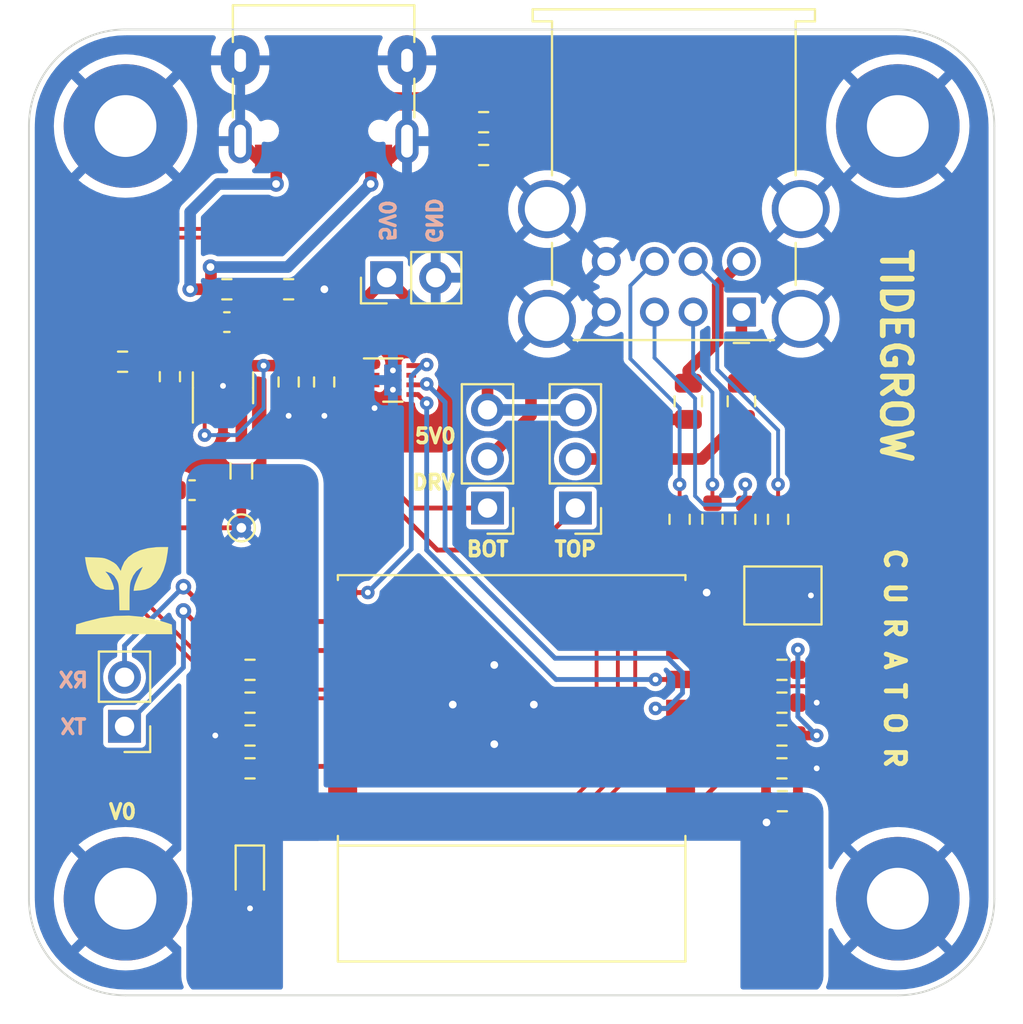
<source format=kicad_pcb>
(kicad_pcb (version 20211014) (generator pcbnew)
  (layers (0 "F.Cu" signal) (31 "B.Cu" signal) (34 "B.Paste" user) (35 "F.Paste" user) (36 "B.SilkS" user "B.Silkscreen") (37 "F.SilkS" user "F.Silkscreen") (38 "B.Mask" user) (39 "F.Mask" user) (44 "Edge.Cuts" user))
  (net 0 "")
  (net 1 "Net-(FB1-Pad2)")
  (net 2 "GND")
  (net 3 "Net-(J1-PadA5)")
  (net 5 "Net-(J1-PadB5)")
  (net 7 "Net-(J3-Pad2)")
  (net 8 "Net-(J3-Pad3)")
  (net 9 "Net-(J3-Pad6)")
  (net 10 "Net-(J3-Pad7)")
  (net 11 "Net-(R2-Pad1)")
  (net 12 "Net-(R6-Pad1)")
  (net 13 "/PWR3V3")
  (net 14 "Net-(D1-Pad1)")
  (net 15 "/LED")
  (net 16 "/PWR5V0")
  (net 17 "Net-(R13-Pad2)")
  (net 18 "/ESP_BOOT")
  (net 19 "/ESP_RX")
  (net 20 "/ESP_TX")
  (net 21 "Net-(F1-Pad1)")
  (net 22 "Net-(F2-Pad1)")
  (net 24 "Net-(L1-Pad1)")
  (net 25 "/DRV_OUT1")
  (net 26 "/DRV_OUT2")
  (net 27 "/USB_CONN_DP")
  (net 28 "/USB_CONN_DN")
  (net 29 "/USB_DN")
  (net 30 "/USB_DP")
  (net 31 "/UIO0")
  (net 32 "/UIO1")
  (net 33 "/UIO2")
  (net 34 "/UIO3")
  (net 35 "/DRV_IN2")
  (net 36 "/DRV_IN1")
  (net 37 "/DRV_SLEEP_N")
  (net 38 "/ESP_EN")
  (net 39 "/VBUS1")
  (net 40 "/VBUS2")
  (footprint "Resistor_SMD:R_0603_1608Metric" (layer "F.Cu") (at 139 138.25)
    (fp_text reference "C1" hide)
    (fp_text value "10uF" hide)
  )
  (footprint "Connector_PinHeader_2.54mm:PinHeader_1x02_P2.54mm_Vertical" (layer "F.Cu") (at 104.95 136.075 180)
    (fp_text reference "J2" hide)
    (fp_text value "Conn_01x02_Male" hide)
  )
  (footprint "TestPoint:TestPoint_THTPad_D1.0mm_Drill0.5mm" (layer "F.Cu") (at 111 125.8)
    (fp_text reference "TP1" hide)
    (fp_text value "TestPoint" hide)
  )
  (footprint "Resistor_SMD:R_0603_1608Metric" (layer "F.Cu") (at 113.45 118.25 -90)
    (fp_text reference "C5" hide)
    (fp_text value "22uF" hide)
  )
  (footprint "Resistor_SMD:R_0603_1608Metric" (layer "F.Cu") (at 113.45 113.45)
    (fp_text reference "C4" hide)
    (fp_text value "4.7uF" hide)
  )
  (footprint "Resistor_SMD:R_0603_1608Metric" (layer "F.Cu") (at 139 134.85)
    (fp_text reference "C2" hide)
    (fp_text value "1uF" hide)
  )
  (footprint "Resistor_SMD:R_0603_1608Metric" (layer "F.Cu") (at 111.45 138.25)
    (fp_text reference "R12" hide)
    (fp_text value "536R" hide)
  )
  (footprint "Fuse:Fuse_0805_2012Metric" (layer "F.Cu") (at 136.9 119.25 -90)
    (fp_text reference "F1" hide)
    (fp_text value "500mA" hide)
  )
  (footprint "MountingHole:MountingHole_3.2mm_M3_Pad" (layer "F.Cu") (at 105 105)
    (fp_text reference "H1" hide)
    (fp_text value "MountingHole_Pad" hide)
  )
  (footprint "Resistor_SMD:R_0603_1608Metric" (layer "F.Cu") (at 123.55 106.5)
    (fp_text reference "R1" hide)
    (fp_text value "5K1" hide)
  )
  (footprint "Resistor_SMD:R_0603_1608Metric" (layer "F.Cu") (at 139.02 139.95)
    (fp_text reference "C3" hide)
    (fp_text value "100nF" hide)
  )
  (footprint "Package_TO_SOT_SMD:SOT-23-5" (layer "F.Cu") (at 110.05 118.55 90)
    (fp_text reference "U3" hide)
    (fp_text value "ZD8028" hide)
  )
  (footprint "MountingHole:MountingHole_3.2mm_M3_Pad" (layer "F.Cu") (at 145 145)
    (fp_text reference "H4" hide)
    (fp_text value "MountingHole_Pad" hide)
  )
  (footprint "Resistor_SMD:R_0603_1608Metric" (layer "F.Cu") (at 107.3 117.975 -90)
    (fp_text reference "R14" hide)
    (fp_text value "47K" hide)
  )
  (footprint "Resistor_SMD:R_0603_1608Metric" (layer "F.Cu") (at 137.1 125.36 -90)
    (fp_text reference "R8" hide)
    (fp_text value "100R" hide)
  )
  (footprint "LD-LOGO:ld-tidegrow" (layer "F.Cu") (at 104.9 129.05)
    (fp_text reference "G***" hide)
    (fp_text value "LOGO" hide)
  )
  (footprint "Resistor_SMD:R_0603_1608Metric" (layer "F.Cu") (at 111.45 136.55 180)
    (fp_text reference "R6" hide)
    (fp_text value "10K" hide)
  )
  (footprint "Resistor_SMD:R_0603_1608Metric" (layer "F.Cu") (at 139 136.55)
    (fp_text reference "R3" hide)
    (fp_text value "10K" hide)
  )
  (footprint "Connector_PinHeader_2.54mm:PinHeader_1x03_P2.54mm_Vertical" (layer "F.Cu") (at 128.3 124.775 180)
    (fp_text reference "J5" hide)
    (fp_text value "Conn_01x03_Male" hide)
  )
  (footprint "LD-CONNECTORS:USB_C_Receptacle_HRO_TYPE-C-31-M-12-BIG-PADS" (layer "F.Cu") (at 115.26 102.65 180)
    (fp_text reference "J1" hide)
    (fp_text value "TYPE-C-31-M-12-FIXED" hide)
  )
  (footprint "Resistor_SMD:R_0603_1608Metric" (layer "F.Cu") (at 115.29 118.25 -90)
    (fp_text reference "C6" hide)
    (fp_text value "100nF" hide)
  )
  (footprint "Resistor_SMD:R_0603_1608Metric" (layer "F.Cu") (at 138.8 125.36 -90)
    (fp_text reference "R11" hide)
    (fp_text value "100R" hide)
  )
  (footprint "Inductor_SMD:L_0805_2012Metric" (layer "F.Cu") (at 111 122.85 -90)
    (fp_text reference "L1" hide)
    (fp_text value "2.2uH" hide)
  )
  (footprint "Connector_PinHeader_2.54mm:PinHeader_1x02_P2.54mm_Vertical" (layer "F.Cu") (at 118.525 112.85 90)
    (fp_text reference "J6" hide)
    (fp_text value "Conn_01x02_Male" hide)
  )
  (footprint "Resistor_SMD:R_0603_1608Metric" (layer "F.Cu") (at 111.45 133.15)
    (fp_text reference "R4" hide)
    (fp_text value "0R" hide)
  )
  (footprint "Resistor_SMD:R_0603_1608Metric" (layer "F.Cu") (at 133.7 125.36 -90)
    (fp_text reference "R10" hide)
    (fp_text value "100R" hide)
  )
  (footprint "Resistor_SMD:R_0603_1608Metric" (layer "F.Cu") (at 135.4 125.35 -90)
    (fp_text reference "R9" hide)
    (fp_text value "100R" hide)
  )
  (footprint "MountingHole:MountingHole_3.2mm_M3_Pad" (layer "F.Cu") (at 145 105)
    (fp_text reference "H2" hide)
    (fp_text value "MountingHole_Pad" hide)
  )
  (footprint "LED_SMD:LED_0603_1608Metric" (layer "F.Cu") (at 111.44 143.73 -90)
    (fp_text reference "D1" hide)
    (fp_text value "LED" hide)
  )
  (footprint "Connector_USB:USB_A_Wuerth_61400826021_Horizontal_Stacked" (layer "F.Cu") (at 136.9 114.63 180)
    (fp_text reference "J3" hide)
    (fp_text value "USB_A_Stacked" hide)
  )
  (footprint "Capacitor_SMD:C_0603_1608Metric" (layer "F.Cu") (at 108.45 123.85 180)
    (fp_text reference "C8" hide)
    (fp_text value "10uF" hide)
  )
  (footprint "Resistor_SMD:R_0603_1608Metric" (layer "F.Cu") (at 123.55 104.8)
    (fp_text reference "R7" hide)
    (fp_text value "5K1" hide)
  )
  (footprint "Package_SON:WSON-8-1EP_2x2mm_P0.5mm_EP0.9x1.6mm_ThermalVias" (layer "F.Cu") (at 118.85 118.15)
    (fp_text reference "U2" hide)
    (fp_text value "DRV8220" hide)
  )
  (footprint "Capacitor_SMD:C_0603_1608Metric" (layer "F.Cu") (at 110.25 115.15 180)
    (fp_text reference "C7" hide)
    (fp_text value "10uF" hide)
  )
  (footprint "Espressif:ESP32-C3-WROOM-02" (layer "F.Cu") (at 125 137 180)
    (fp_text reference "U1" hide)
    (fp_text value "ESP32-C3-WROOM-02" hide)
  )
  (footprint "Connector_PinHeader_2.54mm:PinHeader_1x03_P2.54mm_Vertical" (layer "F.Cu") (at 123.75 124.775 180)
    (fp_text reference "J4" hide)
    (fp_text value "Conn_01x03_Male" hide)
  )
  (footprint "LD-SWITCH:Button_2P_3x4mm" (layer "F.Cu") (at 139.05 129.3)
    (fp_text reference "SW1" hide)
    (fp_text value "SW_Push" hide)
  )
  (footprint "Resistor_SMD:R_0603_1608Metric" (layer "F.Cu") (at 139 133.15)
    (fp_text reference "R2" hide)
    (fp_text value "10K" hide)
  )
  (footprint "Resistor_SMD:R_0603_1608Metric" (layer "F.Cu") (at 110.25 113.45 180)
    (fp_text reference "FB1" hide)
    (fp_text value "Ferrite_Bead" hide)
  )
  (footprint "Resistor_SMD:R_0603_1608Metric" (layer "F.Cu") (at 104.85 117.2)
    (fp_text reference "R13" hide)
    (fp_text value "210K" hide)
  )
  (footprint "Resistor_SMD:R_0603_1608Metric" (layer "F.Cu") (at 111.45 134.85)
    (fp_text reference "R5" hide)
    (fp_text value "0R" hide)
  )
  (footprint "MountingHole:MountingHole_3.2mm_M3_Pad" (layer "F.Cu") (at 105 145)
    (fp_text reference "H3" hide)
    (fp_text value "MountingHole_Pad" hide)
  )
  (footprint "Fuse:Fuse_0805_2012Metric" (layer "F.Cu") (at 134.15 119.25 -90)
    (fp_text reference "F2" hide)
    (fp_text value "500mA" hide)
  )
  (gr_line (start 150 105) (end 150 145) (layer "Edge.Cuts") (width 0.1))
  (gr_arc (start 100 105) (mid 101.464466 101.464466) (end 105 100) (layer "Edge.Cuts") (width 0.1))
  (gr_line (start 100 145) (end 100 105) (layer "Edge.Cuts") (width 0.1))
  (gr_arc (start 150 145) (mid 148.535534 148.535534) (end 145 150) (layer "Edge.Cuts") (width 0.1))
  (gr_line (start 145 150) (end 105 150) (layer "Edge.Cuts") (width 0.1))
  (gr_arc (start 145 100) (mid 148.535534 101.464466) (end 150 105) (layer "Edge.Cuts") (width 0.1))
  (gr_line (start 105 100) (end 145 100) (layer "Edge.Cuts") (width 0.1))
  (gr_arc (start 105 150) (mid 101.464466 148.535534) (end 100 145) (layer "Edge.Cuts") (width 0.1))
  (gr_text "GND\n\n5V0" (at 119.75 109.9 270) (layer "B.SilkS") (effects (font (size 0.75 0.75) (thickness 0.1875)) (justify mirror)))
  (gr_text "RX\n\nTX" (at 102.3 134.9) (layer "B.SilkS") (effects (font (size 0.75 0.75) (thickness 0.1875)) (justify mirror)))
  (gr_text "5V0" (at 121.05 121.05) (layer "F.SilkS") (effects (font (size 0.75 0.75) (thickness 0.1875))))
  (gr_text "V0" (at 104.85 140.5) (layer "F.SilkS") (effects (font (size 0.75 0.75) (thickness 0.1875))))
  (gr_text "C U R A T O R" (at 144.85 132.55 270) (layer "F.SilkS") (effects (font (size 1 1) (thickness 0.25))))
  (gr_text "BOT" (at 123.75 126.9) (layer "F.SilkS") (effects (font (size 0.75 0.75) (thickness 0.1875))))
  (gr_text "TIDEGROW" (at 144.9 116.9 270) (layer "F.SilkS") (effects (font (size 1.5 1.5) (thickness 0.3))))
  (gr_text "DRV" (at 120.95 123.45) (layer "F.SilkS") (effects (font (size 0.75 0.75) (thickness 0.1875))))
  (gr_text "TOP" (at 128.3 126.9) (layer "F.SilkS") (effects (font (size 0.75 0.75) (thickness 0.1875))))
  (segment (start 109.425 113.45) (end 108.35 113.45) (width 0.6) (layer "F.Cu") (net 1))
  (segment (start 109.425 113.45) (end 109.425 112.325) (width 0.6) (layer "F.Cu") (net 1))
  (segment (start 117.71 107.99) (end 117.7 108) (width 0.6) (layer "F.Cu") (net 1))
  (segment (start 117.71 106.695) (end 117.71 107.99) (width 0.6) (layer "F.Cu") (net 1))
  (segment (start 112.81 107.99) (end 112.8 108) (width 0.6) (layer "F.Cu") (net 1))
  (segment (start 109.425 112.325) (end 109.4 112.3) (width 0.6) (layer "F.Cu") (net 1))
  (segment (start 112.81 106.695) (end 112.81 107.99) (width 0.6) (layer "F.Cu") (net 1))
  (via (at 109.4 112.3) (size 0.8) (drill 0.4) (layers "F.Cu" "B.Cu") (net 1))
  (via (at 108.35 113.45) (size 0.8) (drill 0.4) (layers "F.Cu" "B.Cu") (net 1))
  (via (at 112.8 108) (size 0.8) (drill 0.4) (layers "F.Cu" "B.Cu") (net 1))
  (via (at 117.7 108) (size 0.8) (drill 0.4) (layers "F.Cu" "B.Cu") (net 1))
  (segment (start 108.35 113.45) (end 108.35 109.45) (width 0.6) (layer "B.Cu") (net 1))
  (segment (start 109.8 108) (end 112.8 108) (width 0.6) (layer "B.Cu") (net 1))
  (segment (start 109.4 112.3) (end 113.4 112.3) (width 0.6) (layer "B.Cu") (net 1))
  (segment (start 108.35 109.45) (end 109.8 108) (width 0.6) (layer "B.Cu") (net 1))
  (segment (start 113.4 112.3) (end 117.7 108) (width 0.6) (layer "B.Cu") (net 1))
  (segment (start 124.09 134.95) (end 124.09 136.05) (width 0.6) (layer "F.Cu") (net 2))
  (segment (start 124.09 134.95) (end 124.09 135) (width 0.6) (layer "F.Cu") (net 2))
  (segment (start 115.29 119.075) (end 115.29 119.99) (width 0.6) (layer "F.Cu") (net 2))
  (segment (start 124.09 136.05) (end 124.09 136.99) (width 0.6) (layer "F.Cu") (net 2))
  (segment (start 124.09 135) (end 125.14 136.05) (width 0.6) (layer "F.Cu") (net 2))
  (segment (start 124.09 132.91) (end 124.1 132.9) (width 0.6) (layer "F.Cu") (net 2))
  (segment (start 122.99 133.85) (end 124.09 134.95) (width 0.6) (layer "F.Cu") (net 2))
  (segment (start 124.09 136.99) (end 124.1 137) (width 0.6) (layer "F.Cu") (net 2))
  (segment (start 139.825 134.85) (end 140.8 134.85) (width 0.25) (layer "F.Cu") (net 2))
  (segment (start 139.825 138.25) (end 139.825 139.93) (width 0.5) (layer "F.Cu") (net 2))
  (segment (start 124.375 106.845) (end 126.83 109.3) (width 0.25) (layer "F.Cu") (net 2))
  (segment (start 113.45 119.075) (end 113.45 120) (width 0.6) (layer "F.Cu") (net 2))
  (segment (start 124.375 106.5) (end 124.375 106.845) (width 0.25) (layer "F.Cu") (net 2))
  (segment (start 124.09 134.9) (end 125.14 133.85) (width 0.6) (layer "F.Cu") (net 2))
  (segment (start 124.375 104.8) (end 124.375 106.5) (width 0.25) (layer "F.Cu") (net 2))
  (segment (start 140.5 129.3) (end 141.55 129.3) (width 0.25) (layer "F.Cu") (net 2))
  (segment (start 111.855 106.695) (end 110.94 105.78) (width 0.6) (layer "F.Cu") (net 2))
  (segment (start 124.04 134.95) (end 122.94 136.05) (width 0.6) (layer "F.Cu") (net 2))
  (segment (start 124.09 134.95) (end 124.09 133.85) (width 0.6) (layer "F.Cu") (net 2))
  (segment (start 114.275 113.45) (end 115.3 113.45) (width 0.6) (layer "F.Cu") (net 2))
  (segment (start 118.665 106.695) (end 119.58 105.78) (width 0.6) (layer "F.Cu") (net 2))
  (segment (start 126.15 134.95) (end 125.14 134.95) (width 0.6) (layer "F.Cu") (net 2))
  (segment (start 139.825 139.93) (end 139.845 139.95) (width 0.5) (layer "F.Cu") (net 2))
  (segment (start 115.29 119.99) (end 115.3 120) (width 0.6) (layer "F.Cu") (net 2))
  (segment (start 124.09 134.95) (end 125.14 134.95) (width 0.6) (layer "F.Cu") (net 2))
  (segment (start 124.09 133.85) (end 124.09 132.91) (width 0.6) (layer "F.Cu") (net 2))
  (segment (start 124.09 134.95) (end 124.04 134.95) (width 0.6) (layer "F.Cu") (net 2))
  (segment (start 139.825 138.25) (end 140.8 138.25) (width 0.5) (layer "F.Cu") (net 2))
  (segment (start 121.95 134.95) (end 122.94 134.95) (width 0.6) (layer "F.Cu") (net 2))
  (segment (start 122.94 133.85) (end 122.99 133.85) (width 0.6) (layer "F.Cu") (net 2))
  (segment (start 122.94 134.95) (end 124.09 134.95) (width 0.6) (layer "F.Cu") (net 2))
  (segment (start 117.9 119.6) (end 117.9 118.95) (width 0.5) (layer "F.Cu") (net 2))
  (segment (start 112.01 106.695) (end 111.855 106.695) (width 0.6) (layer "F.Cu") (net 2))
  (segment (start 118.51 106.695) (end 118.665 106.695) (width 0.6) (layer "F.Cu") (net 2))
  (segment (start 133.75 129.15) (end 135.1 129.15) (width 0.6) (layer "F.Cu") (net 2))
  (segment (start 124.09 134.95) (end 124.09 134.9) (width 0.6) (layer "F.Cu") (net 2))
  (via (at 124.1 132.9) (size 0.8) (drill 0.4) (layers "F.Cu" "B.Cu") (net 2))
  (via (at 118.85 117.65) (size 0.7) (drill 0.3) (layers "F.Cu" "B.Cu") (net 2))
  (via (at 121.95 134.95) (size 0.8) (drill 0.4) (layers "F.Cu" "B.Cu") (net 2))
  (via (at 140.5 129.3) (size 0.7) (drill 0.3) (layers "F.Cu" "B.Cu") (net 2))
  (via (at 115.3 113.45) (size 0.8) (drill 0.4) (layers "F.Cu" "B.Cu") (net 2))
  (via (at 126.15 134.95) (size 0.8) (drill 0.4) (layers "F.Cu" "B.Cu") (net 2))
  (via (at 115.3 120) (size 0.7) (drill 0.3) (layers "F.Cu" "B.Cu") (net 2))
  (via (at 117.9 119.6) (size 0.7) (drill 0.3) (layers "F.Cu" "B.Cu") (net 2))
  (via (at 140.8 134.85) (size 0.7) (drill 0.3) (layers "F.Cu" "B.Cu") (net 2))
  (via (at 140.8 138.25) (size 0.7) (drill 0.3) (layers "F.Cu" "B.Cu") (net 2))
  (via (at 118.85 118.65) (size 0.7) (drill 0.3) (layers "F.Cu" "B.Cu") (net 2))
  (via (at 113.45 120) (size 0.7) (drill 0.3) (layers "F.Cu" "B.Cu") (net 2))
  (via (at 135.1 129.15) (size 0.8) (drill 0.4) (layers "F.Cu" "B.Cu") (net 2))
  (via (at 124.1 137) (size 0.8) (drill 0.4) (layers "F.Cu" "B.Cu") (net 2))
  (via (at 110.05 118.45) (size 0.7) (drill 0.3) (layers "F.Cu" "B.Cu") (net 2))
  (segment (start 122.725 106.5) (end 122.7 106.5) (width 0.2) (layer "F.Cu") (net 3))
  (segment (start 117.5 104.1) (end 116.5 105.1) (width 0.2) (layer "F.Cu") (net 3))
  (segment (start 122.7 106.5) (end 120.3 104.1) (width 0.2) (layer "F.Cu") (net 3))
  (segment (start 120.3 104.1) (end 117.5 104.1) (width 0.2) (layer "F.Cu") (net 3))
  (segment (start 116.5 105.1) (end 116.51 105.11) (width 0.2) (layer "F.Cu") (net 3))
  (segment (start 116.51 105.11) (end 116.51 106.695) (width 0.2) (layer "F.Cu") (net 3))
  (segment (start 113.51 105.064596) (end 113.51 106.695) (width 0.2) (layer "F.Cu") (net 5))
  (segment (start 121.275 103.35) (end 115.224596 103.35) (width 0.2) (layer "F.Cu") (net 5))
  (segment (start 115.224596 103.35) (end 113.51 105.064596) (width 0.2) (layer "F.Cu") (net 5))
  (segment (start 122.725 104.8) (end 121.275 103.35) (width 0.2) (layer "F.Cu") (net 5))
  (segment (start 135.4 123.55) (end 135.4 124.525) (width 0.2) (layer "F.Cu") (net 7))
  (via (at 135.4 123.55) (size 0.7) (drill 0.3) (layers "F.Cu" "B.Cu") (net 7))
  (segment (start 134.4 114.63) (end 134.4 117.8) (width 0.2) (layer "B.Cu") (net 7))
  (segment (start 135.4 118.8) (end 135.4 123.55) (width 0.2) (layer "B.Cu") (net 7))
  (segment (start 134.4 117.8) (end 135.4 118.8) (width 0.2) (layer "B.Cu") (net 7))
  (segment (start 137.1 123.55) (end 137.1 124.535) (width 0.2) (layer "F.Cu") (net 8))
  (via (at 137.1 123.55) (size 0.7) (drill 0.3) (layers "F.Cu" "B.Cu") (net 8))
  (segment (start 134.5 119.1) (end 132.4 117) (width 0.2) (layer "B.Cu") (net 8))
  (segment (start 132.4 117) (end 132.4 114.63) (width 0.2) (layer "B.Cu") (net 8))
  (segment (start 137.1 124.1) (end 136.6 124.6) (width 0.2) (layer "B.Cu") (net 8))
  (segment (start 137.1 123.55) (end 137.1 124.1) (width 0.2) (layer "B.Cu") (net 8))
  (segment (start 134.95 124.6) (end 134.5 124.15) (width 0.2) (layer "B.Cu") (net 8))
  (segment (start 136.6 124.6) (end 134.95 124.6) (width 0.2) (layer "B.Cu") (net 8))
  (segment (start 134.5 124.15) (end 134.5 119.1) (width 0.2) (layer "B.Cu") (net 8))
  (segment (start 138.8 123.55) (end 138.8 124.535) (width 0.2) (layer "F.Cu") (net 9))
  (via (at 138.8 123.55) (size 0.7) (drill 0.3) (layers "F.Cu" "B.Cu") (net 9))
  (segment (start 135.65 117.6) (end 138.8 120.75) (width 0.2) (layer "B.Cu") (net 9))
  (segment (start 135.65 113.26) (end 135.65 117.6) (width 0.2) (layer "B.Cu") (net 9))
  (segment (start 134.4 112.01) (end 135.65 113.26) (width 0.2) (layer "B.Cu") (net 9))
  (segment (start 138.8 120.75) (end 138.8 123.55) (width 0.2) (layer "B.Cu") (net 9))
  (segment (start 133.7 123.55) (end 133.7 124.535) (width 0.2) (layer "F.Cu") (net 10))
  (via (at 133.7 123.55) (size 0.7) (drill 0.3) (layers "F.Cu" "B.Cu") (net 10))
  (segment (start 133.7 119.6) (end 131.15 117.05) (width 0.2) (layer "B.Cu") (net 10))
  (segment (start 131.15 117.05) (end 131.15 113.26) (width 0.2) (layer "B.Cu") (net 10))
  (segment (start 131.15 113.26) (end 132.4 112.01) (width 0.2) (layer "B.Cu") (net 10))
  (segment (start 133.7 123.55) (end 133.7 119.6) (width 0.2) (layer "B.Cu") (net 10))
  (segment (start 133.75 132.15) (end 137.175 132.15) (width 0.2) (layer "F.Cu") (net 11))
  (segment (start 137.175 132.15) (end 138.175 133.15) (width 0.2) (layer "F.Cu") (net 11))
  (segment (start 116.25 138.15) (end 113.875 138.15) (width 0.25) (layer "F.Cu") (net 12))
  (segment (start 113.875 138.15) (end 112.275 136.55) (width 0.25) (layer "F.Cu") (net 12))
  (segment (start 109.65 136.55) (end 110.625 136.55) (width 0.25) (layer "F.Cu") (net 13))
  (segment (start 138.175 138.25) (end 138.175 138.2) (width 0.5) (layer "F.Cu") (net 13))
  (segment (start 111.44 144.5175) (end 111.44 145.49) (width 0.25) (layer "F.Cu") (net 13))
  (segment (start 139.825 136.55) (end 140.8 136.55) (width 0.5) (layer "F.Cu") (net 13))
  (segment (start 111.44 145.49) (end 111.45 145.5) (width 0.25) (layer "F.Cu") (net 13))
  (segment (start 111 123.9125) (end 111 125.8) (width 0.5) (layer "F.Cu") (net 13))
  (segment (start 136.995 141.15) (end 138.195 139.95) (width 0.5) (layer "F.Cu") (net 13))
  (segment (start 138.175 138.2) (end 139.825 136.55) (width 0.5) (layer "F.Cu") (net 13))
  (segment (start 138.175 139.93) (end 138.195 139.95) (width 0.5) (layer "F.Cu") (net 13))
  (segment (start 105 125.8) (end 111 125.8) (width 0.25) (layer "F.Cu") (net 13))
  (segment (start 104.025 117.2) (end 104.025 124.825) (width 0.25) (layer "F.Cu") (net 13))
  (segment (start 104.025 124.825) (end 105 125.8) (width 0.25) (layer "F.Cu") (net 13))
  (segment (start 139.825 132.1) (end 139.825 133.15) (width 0.25) (layer "F.Cu") (net 13))
  (segment (start 133.75 141.15) (end 136.995 141.15) (width 0.5) (layer "F.Cu") (net 13))
  (segment (start 138.175 138.25) (end 138.175 139.93) (width 0.5) (layer "F.Cu") (net 13))
  (segment (start 138.195 141.045) (end 138.2 141.05) (width 0.5) (layer "F.Cu") (net 13))
  (segment (start 109.225 123.85) (end 110.9375 123.85) (width 0.6) (layer "F.Cu") (net 13))
  (segment (start 138.195 139.95) (end 138.195 141.045) (width 0.5) (layer "F.Cu") (net 13))
  (segment (start 110.9375 123.85) (end 111 123.9125) (width 0.6) (layer "F.Cu") (net 13))
  (via (at 139.825 132.1) (size 0.7) (drill 0.3) (layers "F.Cu" "B.Cu") (net 13))
  (via (at 140.8 136.55) (size 0.7) (drill 0.3) (layers "F.Cu" "B.Cu") (net 13))
  (via (at 109.65 136.55) (size 0.7) (drill 0.3) (layers "F.Cu" "B.Cu") (net 13))
  (via (at 138.2 141.05) (size 0.8) (drill 0.4) (layers "F.Cu" "B.Cu") (net 13))
  (via (at 111.45 145.5) (size 0.7) (drill 0.3) (layers "F.Cu" "B.Cu") (net 13))
  (segment (start 139.825 132.1) (end 139.825 135.575) (width 0.25) (layer "B.Cu") (net 13))
  (segment (start 139.825 135.575) (end 140.8 136.55) (width 0.25) (layer "B.Cu") (net 13))
  (segment (start 111.45 142.9325) (end 111.45 139.075) (width 0.25) (layer "F.Cu") (net 14))
  (segment (start 111.45 139.075) (end 110.625 138.25) (width 0.25) (layer "F.Cu") (net 14))
  (segment (start 111.44 142.9425) (end 111.45 142.9325) (width 0.25) (layer "F.Cu") (net 14))
  (segment (start 113.65 141.875) (end 112.275 140.5) (width 0.2) (layer "F.Cu") (net 15))
  (segment (start 112.275 140.5) (end 112.275 138.25) (width 0.2) (layer "F.Cu") (net 15))
  (segment (start 133.1 136.65) (end 127.875 141.875) (width 0.2) (layer "F.Cu") (net 15))
  (segment (start 133.75 136.65) (end 133.1 136.65) (width 0.2) (layer "F.Cu") (net 15))
  (segment (start 127.875 141.875) (end 113.65 141.875) (width 0.2) (layer "F.Cu") (net 15))
  (segment (start 111 117.4125) (end 112.1375 117.4125) (width 0.6) (layer "F.Cu") (net 16))
  (segment (start 111 117.4125) (end 111 115.175) (width 0.6) (layer "F.Cu") (net 16))
  (segment (start 118.525 112.85) (end 120.675 115) (width 0.6) (layer "F.Cu") (net 16))
  (segment (start 109.1 119.6875) (end 109.1 121) (width 0.2) (layer "F.Cu") (net 16))
  (segment (start 115.29 117.425) (end 115.29 116.085) (width 0.6) (layer "F.Cu") (net 16))
  (segment (start 115.415 117.3) (end 117.9 117.3) (width 0.6) (layer "F.Cu") (net 16))
  (segment (start 115.29 116.085) (end 118.525 112.85) (width 0.6) (layer "F.Cu") (net 16))
  (segment (start 112.15 117.4) (end 113.425 117.4) (width 0.6) (layer "F.Cu") (net 16))
  (segment (start 111 115.175) (end 111.025 115.15) (width 0.6) (layer "F.Cu") (net 16))
  (segment (start 111.075 113.45) (end 112.625 113.45) (width 0.6) (layer "F.Cu") (net 16))
  (segment (start 111.025 115.15) (end 111.025 113.5) (width 0.6) (layer "F.Cu") (net 16))
  (segment (start 113.45 117.425) (end 115.29 117.425) (width 0.6) (layer "F.Cu") (net 16))
  (segment (start 120.675 115) (end 122.95 115) (width 0.6) (layer "F.Cu") (net 16))
  (segment (start 123.75 115.8) (end 123.75 119.695) (width 0.6) (layer "F.Cu") (net 16))
  (segment (start 112.1375 117.4125) (end 112.15 117.4) (width 0.6) (layer "F.Cu") (net 16))
  (segment (start 122.95 115) (end 123.75 115.8) (width 0.6) (layer "F.Cu") (net 16))
  (segment (start 113.425 117.4) (end 113.45 117.425) (width 0.6) (layer "F.Cu") (net 16))
  (segment (start 111.025 113.5) (end 111.075 113.45) (width 0.6) (layer "F.Cu") (net 16))
  (via (at 109.1 121) (size 0.7) (drill 0.3) (layers "F.Cu" "B.Cu") (net 16))
  (via (at 112.15 117.4) (size 0.7) (drill 0.3) (layers "F.Cu" "B.Cu") (net 16))
  (segment (start 112.15 119.6) (end 110.75 121) (width 0.2) (layer "B.Cu") (net 16))
  (segment (start 110.75 121) (end 109.1 121) (width 0.2) (layer "B.Cu") (net 16))
  (segment (start 112.15 117.4) (end 112.15 119.6) (width 0.2) (layer "B.Cu") (net 16))
  (segment (start 123.75 119.695) (end 128.3 119.695) (width 0.6) (layer "B.Cu") (net 16))
  (segment (start 107.3 117.15) (end 108.8375 117.15) (width 0.6) (layer "F.Cu") (net 17))
  (segment (start 108.8375 117.15) (end 109.1 117.4125) (width 0.6) (layer "F.Cu") (net 17))
  (segment (start 107.25 117.2) (end 107.3 117.15) (width 0.6) (layer "F.Cu") (net 17))
  (segment (start 105.675 117.2) (end 107.25 117.2) (width 0.6) (layer "F.Cu") (net 17))
  (segment (start 133.75 130.65) (end 135.2 130.65) (width 0.2) (layer "F.Cu") (net 18))
  (segment (start 135.2 130.65) (end 136.55 129.3) (width 0.2) (layer "F.Cu") (net 18))
  (segment (start 109.8 130.65) (end 116.25 130.65) (width 0.25) (layer "F.Cu") (net 19))
  (segment (start 108 128.85) (end 109.8 130.65) (width 0.25) (layer "F.Cu") (net 19))
  (via (at 108 128.85) (size 0.8) (drill 0.4) (layers "F.Cu" "B.Cu") (net 19))
  (segment (start 104.95 133.535) (end 104.95 131.9) (width 0.25) (layer "B.Cu") (net 19))
  (segment (start 104.95 131.9) (end 108 128.85) (width 0.25) (layer "B.Cu") (net 19))
  (segment (start 108 130.1) (end 110.05 132.15) (width 0.25) (layer "F.Cu") (net 20))
  (segment (start 110.05 132.15) (end 116.25 132.15) (width 0.25) (layer "F.Cu") (net 20))
  (via (at 108 130.1) (size 0.8) (drill 0.4) (layers "F.Cu" "B.Cu") (net 20))
  (segment (start 108 133.025) (end 104.95 136.075) (width 0.25) (layer "B.Cu") (net 20))
  (segment (start 108 130.1) (end 108 133.025) (width 0.25) (layer "B.Cu") (net 20))
  (segment (start 136.9 118.3125) (end 136.9 114.63) (width 0.6) (layer "F.Cu") (net 21))
  (segment (start 135.675 113.235) (end 136.9 112.01) (width 0.6) (layer "F.Cu") (net 22))
  (segment (start 134.15 117.65) (end 135.675 116.125) (width 0.6) (layer "F.Cu") (net 22))
  (segment (start 134.15 118.3125) (end 134.15 117.65) (width 0.6) (layer "F.Cu") (net 22))
  (segment (start 135.675 116.125) (end 135.675 113.235) (width 0.6) (layer "F.Cu") (net 22))
  (segment (start 111 119.6875) (end 111 121.7875) (width 0.6) (layer "F.Cu") (net 24))
  (segment (start 117.9 117.9) (end 117.15 117.9) (width 0.25) (layer "F.Cu") (net 25))
  (segment (start 116.3 122.1) (end 121.15 126.95) (width 0.25) (layer "F.Cu") (net 25))
  (segment (start 116.3 118.75) (end 116.3 122.1) (width 0.25) (layer "F.Cu") (net 25))
  (segment (start 126.125 126.95) (end 128.3 124.775) (width 0.25) (layer "F.Cu") (net 25))
  (segment (start 121.15 126.95) (end 126.125 126.95) (width 0.25) (layer "F.Cu") (net 25))
  (segment (start 117.15 117.9) (end 116.3 118.75) (width 0.25) (layer "F.Cu") (net 25))
  (segment (start 119.875 124.775) (end 123.75 124.775) (width 0.25) (layer "F.Cu") (net 26))
  (segment (start 116.875 121.775) (end 119.875 124.775) (width 0.25) (layer "F.Cu") (net 26))
  (segment (start 117.4 118.4) (end 116.875 118.925) (width 0.25) (layer "F.Cu") (net 26))
  (segment (start 116.875 118.925) (end 116.875 121.775) (width 0.25) (layer "F.Cu") (net 26))
  (segment (start 117.9 118.4) (end 117.4 118.4) (width 0.25) (layer "F.Cu") (net 26))
  (segment (start 107.3568 110.325) (end 101.975 115.7068) (width 0.2) (layer "F.Cu") (net 27))
  (segment (start 101.975 126.2) (end 110.625 134.85) (width 0.2) (layer "F.Cu") (net 27))
  (segment (start 114.51 105.77) (end 114.68 105.6) (width 0.2) (layer "F.Cu") (net 27))
  (segment (start 114.51 106.695) (end 114.51 107.782501) (width 0.2) (layer "F.Cu") (net 27))
  (segment (start 115.35 105.6) (end 115.51 105.76) (width 0.2) (layer "F.Cu") (net 27))
  (segment (start 114.535 109.4968) (end 113.7068 110.325) (width 0.2) (layer "F.Cu") (net 27))
  (segment (start 101.975 115.7068) (end 101.975 126.2) (width 0.2) (layer "F.Cu") (net 27))
  (segment (start 113.7068 110.325) (end 107.3568 110.325) (width 0.2) (layer "F.Cu") (net 27))
  (segment (start 114.51 106.695) (end 114.51 105.77) (width 0.2) (layer "F.Cu") (net 27))
  (segment (start 115.51 105.76) (end 115.51 106.695) (width 0.2) (layer "F.Cu") (net 27))
  (segment (start 114.51 107.782501) (end 114.535 107.807501) (width 0.2) (layer "F.Cu") (net 27))
  (segment (start 114.68 105.6) (end 115.35 105.6) (width 0.2) (layer "F.Cu") (net 27))
  (segment (start 114.535 107.807501) (end 114.535 109.4968) (width 0.2) (layer "F.Cu") (net 27))
  (segment (start 115.01 106.695) (end 115.01 107.62) (width 0.2) (layer "F.Cu") (net 28))
  (segment (start 115.01 106.695) (end 115.01 107.782501) (width 0.2) (layer "F.Cu") (net 28))
  (segment (start 116.01 107.59) (end 116.01 106.695) (width 0.2) (layer "F.Cu") (net 28))
  (segment (start 114.985 109.6832) (end 113.8932 110.775) (width 0.2) (layer "F.Cu") (net 28))
  (segment (start 102.425 126.013603) (end 109.561397 133.15) (width 0.2) (layer "F.Cu") (net 28))
  (segment (start 115.85 107.75) (end 116.01 107.59) (width 0.2) (layer "F.Cu") (net 28))
  (segment (start 115.01 107.782501) (end 114.985 107.807501) (width 0.2) (layer "F.Cu") (net 28))
  (segment (start 115.14 107.75) (end 115.85 107.75) (width 0.2) (layer "F.Cu") (net 28))
  (segment (start 102.425 115.8932) (end 102.425 126.013603) (width 0.2) (layer "F.Cu") (net 28))
  (segment (start 113.8932 110.775) (end 107.5432 110.775) (width 0.2) (layer "F.Cu") (net 28))
  (segment (start 115.01 107.62) (end 115.14 107.75) (width 0.2) (layer "F.Cu") (net 28))
  (segment (start 114.985 107.807501) (end 114.985 109.6832) (width 0.2) (layer "F.Cu") (net 28))
  (segment (start 107.5432 110.775) (end 102.425 115.8932) (width 0.2) (layer "F.Cu") (net 28))
  (segment (start 109.561397 133.15) (end 110.625 133.15) (width 0.2) (layer "F.Cu") (net 28))
  (segment (start 114.392404 133.774999) (end 112.899999 133.774999) (width 0.2) (layer "F.Cu") (net 29))
  (segment (start 112.899999 133.774999) (end 112.275 133.15) (width 0.2) (layer "F.Cu") (net 29))
  (segment (start 115.95 133.65) (end 115.425 134.175) (width 0.2) (layer "F.Cu") (net 29))
  (segment (start 115.425 134.175) (end 114.792405 134.175) (width 0.2) (layer "F.Cu") (net 29))
  (segment (start 116.25 133.65) (end 115.95 133.65) (width 0.2) (layer "F.Cu") (net 29))
  (segment (start 114.792405 134.175) (end 114.392404 133.774999) (width 0.2) (layer "F.Cu") (net 29))
  (segment (start 115.425 134.625) (end 114.606005 134.625) (width 0.2) (layer "F.Cu") (net 30))
  (segment (start 116.25 135.15) (end 115.95 135.15) (width 0.2) (layer "F.Cu") (net 30))
  (segment (start 112.899999 134.225001) (end 112.275 134.85) (width 0.2) (layer "F.Cu") (net 30))
  (segment (start 115.95 135.15) (end 115.425 134.625) (width 0.2) (layer "F.Cu") (net 30))
  (segment (start 114.206006 134.225001) (end 112.899999 134.225001) (width 0.2) (layer "F.Cu") (net 30))
  (segment (start 114.606005 134.625) (end 114.206006 134.225001) (width 0.2) (layer "F.Cu") (net 30))
  (segment (start 116.25 141.15) (end 127.8 141.15) (width 0.2) (layer "F.Cu") (net 31))
  (segment (start 131.4 137.55) (end 131.4 129.2) (width 0.2) (layer "F.Cu") (net 31))
  (segment (start 135.185 128.1) (end 137.1 126.185) (width 0.2) (layer "F.Cu") (net 31))
  (segment (start 132.5 128.1) (end 135.185 128.1) (width 0.2) (layer "F.Cu") (net 31))
  (segment (start 131.4 129.2) (end 132.5 128.1) (width 0.2) (layer "F.Cu") (net 31))
  (segment (start 127.8 141.15) (end 131.4 137.55) (width 0.2) (layer "F.Cu") (net 31))
  (segment (start 128.35 139.65) (end 130.5 137.5) (width 0.2) (layer "F.Cu") (net 32))
  (segment (start 134.125 127.45) (end 135.4 126.175) (width 0.2) (layer "F.Cu") (net 32))
  (segment (start 130.5 129.15) (end 132.2 127.45) (width 0.2) (layer "F.Cu") (net 32))
  (segment (start 132.2 127.45) (end 134.125 127.45) (width 0.2) (layer "F.Cu") (net 32))
  (segment (start 116.25 139.65) (end 128.35 139.65) (width 0.2) (layer "F.Cu") (net 32))
  (segment (start 130.5 137.5) (end 130.5 129.15) (width 0.2) (layer "F.Cu") (net 32))
  (segment (start 129.4 137.55) (end 129.4 128.2) (width 0.2) (layer "F.Cu") (net 33))
  (segment (start 129.4 128.2) (end 131.415 126.185) (width 0.2) (layer "F.Cu") (net 33))
  (segment (start 131.415 126.185) (end 133.7 126.185) (width 0.2) (layer "F.Cu") (net 33))
  (segment (start 128.05 138.9) (end 129.4 137.55) (width 0.2) (layer "F.Cu") (net 33))
  (segment (start 117.6 136.65) (end 119.85 138.9) (width 0.2) (layer "F.Cu") (net 33))
  (segment (start 119.85 138.9) (end 128.05 138.9) (width 0.2) (layer "F.Cu") (net 33))
  (segment (start 116.25 136.65) (end 117.6 136.65) (width 0.2) (layer "F.Cu") (net 33))
  (segment (start 137.65 134) (end 140.6 134) (width 0.2) (layer "F.Cu") (net 34))
  (segment (start 137 134.65) (end 137.65 134) (width 0.2) (layer "F.Cu") (net 34))
  (segment (start 140.6 134) (end 140.95 133.65) (width 0.2) (layer "F.Cu") (net 34))
  (segment (start 137 135.8) (end 137 134.65) (width 0.2) (layer "F.Cu") (net 34))
  (segment (start 140.95 131.4) (end 138.8 129.25) (width 0.2) (layer "F.Cu") (net 34))
  (segment (start 140.95 133.65) (end 140.95 131.4) (width 0.2) (layer "F.Cu") (net 34))
  (segment (start 138.8 129.25) (end 138.8 126.185) (width 0.2) (layer "F.Cu") (net 34))
  (segment (start 134.65 138.15) (end 137 135.8) (width 0.2) (layer "F.Cu") (net 34))
  (segment (start 133.75 138.15) (end 134.65 138.15) (width 0.2) (layer "F.Cu") (net 34))
  (segment (start 132.45 133.65) (end 133.75 133.65) (width 0.25) (layer "F.Cu") (net 35))
  (segment (start 119.8 118.9) (end 120.15 118.9) (width 0.25) (layer "F.Cu") (net 35))
  (segment (start 120.15 118.9) (end 120.6 119.35) (width 0.25) (layer "F.Cu") (net 35))
  (via (at 132.45 133.65) (size 0.7) (drill 0.3) (layers "F.Cu" "B.Cu") (net 35))
  (via (at 120.6 119.35) (size 0.7) (drill 0.3) (layers "F.Cu" "B.Cu") (net 35))
  (segment (start 120.6 126.95) (end 120.6 119.35) (width 0.25) (layer "B.Cu") (net 35))
  (segment (start 132.45 133.65) (end 127.3 133.65) (width 0.25) (layer "B.Cu") (net 35))
  (segment (start 127.3 133.65) (end 120.6 126.95) (width 0.25) (layer "B.Cu") (net 35))
  (segment (start 120.55 118.4) (end 120.6 118.35) (width 0.25) (layer "F.Cu") (net 36))
  (segment (start 132.45 135.15) (end 133.75 135.15) (width 0.25) (layer "F.Cu") (net 36))
  (segment (start 119.8 118.4) (end 120.55 118.4) (width 0.25) (layer "F.Cu") (net 36))
  (via (at 120.6 118.35) (size 0.7) (drill 0.3) (layers "F.Cu" "B.Cu") (net 36))
  (via (at 132.45 135.15) (size 0.7) (drill 0.3) (layers "F.Cu" "B.Cu") (net 36))
  (segment (start 121.55 126.85) (end 127.25 132.55) (width 0.25) (layer "B.Cu") (net 36))
  (segment (start 133.1 132.55) (end 133.85 133.3) (width 0.25) (layer "B.Cu") (net 36))
  (segment (start 120.6 118.35) (end 121.55 119.3) (width 0.25) (layer "B.Cu") (net 36))
  (segment (start 133.85 133.3) (end 133.85 134.35) (width 0.25) (layer "B.Cu") (net 36))
  (segment (start 127.25 132.55) (end 133.1 132.55) (width 0.25) (layer "B.Cu") (net 36))
  (segment (start 121.55 119.3) (end 121.55 126.85) (width 0.25) (layer "B.Cu") (net 36))
  (segment (start 133.05 135.15) (end 132.45 135.15) (width 0.25) (layer "B.Cu") (net 36))
  (segment (start 133.85 134.35) (end 133.05 135.15) (width 0.25) (layer "B.Cu") (net 36))
  (segment (start 119.8 117.4) (end 120.55 117.4) (width 0.25) (layer "F.Cu") (net 37))
  (segment (start 116.25 129.15) (end 117.55 129.15) (width 0.25) (layer "F.Cu") (net 37))
  (segment (start 120.55 117.4) (end 120.6 117.35) (width 0.25) (layer "F.Cu") (net 37))
  (via (at 120.6 117.35) (size 0.7) (drill 0.3) (layers "F.Cu" "B.Cu") (net 37))
  (via (at 117.55 129.15) (size 0.7) (drill 0.3) (layers "F.Cu" "B.Cu") (net 37))
  (segment (start 119.8 126.9) (end 119.8 117.95) (width 0.25) (layer "B.Cu") (net 37))
  (segment (start 117.55 129.15) (end 119.8 126.9) (width 0.25) (layer "B.Cu") (net 37))
  (segment (start 120.4 117.35) (end 120.6 117.35) (width 0.25) (layer "B.Cu") (net 37))
  (segment (start 119.8 117.95) (end 120.4 117.35) (width 0.25) (layer "B.Cu") (net 37))
  (segment (start 138.175 136.55) (end 135.075 139.65) (width 0.25) (layer "F.Cu") (net 38))
  (segment (start 135.075 139.65) (end 133.75 139.65) (width 0.25) (layer "F.Cu") (net 38))
  (segment (start 138.175 134.85) (end 138.175 136.55) (width 0.25) (layer "F.Cu") (net 38))
  (segment (start 136.9 120.1875) (end 134.8525 122.235) (width 0.6) (layer "F.Cu") (net 39))
  (segment (start 134.8525 122.235) (end 128.3 122.235) (width 0.6) (layer "F.Cu") (net 39))
  (segment (start 126.75 117.8) (end 126 118.55) (width 0.6) (layer "F.Cu") (net 40))
  (segment (start 132.8375 120.1875) (end 130.45 117.8) (width 0.6) (layer "F.Cu") (net 40))
  (segment (start 126 118.55) (end 126 119.985) (width 0.6) (layer "F.Cu") (net 40))
  (segment (start 130.45 117.8) (end 126.75 117.8) (width 0.6) (layer "F.Cu") (net 40))
  (segment (start 134.15 120.1875) (end 132.8375 120.1875) (width 0.6) (layer "F.Cu") (net 40))
  (segment (start 126 119.985) (end 123.75 122.235) (width 0.6) (layer "F.Cu") (net 40))
  (zone (net 2) (net_name "GND") (layer "F.Cu") (connect_pads yes (clearance 0.254)) (min_thickness 0.254) (fill yes (thermal_gap 0.508) (thermal_bridge_width 0.508) (smoothing fillet) (radius 1))
    (polygon (pts (xy 117.45 115.6) (xy 122.4 115.6) (xy 122.4 121.9) (xy 117.45 121.9)))
  )
  (zone (net 2) (net_name "GND") (layer "F.Cu") (connect_pads (clearance 0.254)) (min_thickness 0.254) (fill yes (thermal_gap 0.508) (thermal_bridge_width 0.508) (smoothing fillet) (radius 1))
    (polygon (pts (xy 104.95 114.3) (xy 112.3 114.3) (xy 112.3 124.6) (xy 104.95 124.6)))
  )
  (zone (net 0) (net_name "") (layers F&B.Cu) (connect_pads (clearance 0)) (min_thickness 0.254)
    (keepout (tracks not_allowed) (vias not_allowed) (pads not_allowed) (copperpour not_allowed) (footprints allowed))
    (fill (thermal_gap 0.508) (thermal_bridge_width 0.508))
    (polygon (pts (xy 136.85 150) (xy 113.15 150) (xy 113.15 142) (xy 136.85 142)))
  )
  (zone (net 2) (net_name "GND") (layer "B.Cu") (connect_pads (clearance 0.254)) (min_thickness 0.254) (fill yes (thermal_gap 0.508) (thermal_bridge_width 0.508) (smoothing fillet) (radius 1))
    (polygon (pts (xy 150 150) (xy 100 150) (xy 100 100) (xy 150 100)))
  )
  (zone (net 13) (net_name "/PWR3V3") (layer "B.Cu") (priority 1) (connect_pads (clearance 0.254)) (min_thickness 0.254) (fill yes (thermal_gap 0.508) (thermal_bridge_width 0.508) (smoothing fillet) (radius 1))
    (polygon (pts (xy 115 150) (xy 108.15 150) (xy 108.15 122.5) (xy 115 122.5)))
  )
  (zone (net 13) (net_name "/PWR3V3") (layer "B.Cu") (priority 1) (connect_pads (clearance 0.254)) (min_thickness 0.254) (fill yes (thermal_gap 0.508) (thermal_bridge_width 0.508) (smoothing fillet) (radius 1))
    (polygon (pts (xy 141.15 139.5) (xy 141.15 150) (xy 108.15 150) (xy 108.15 139.5)))
  )
)
</source>
